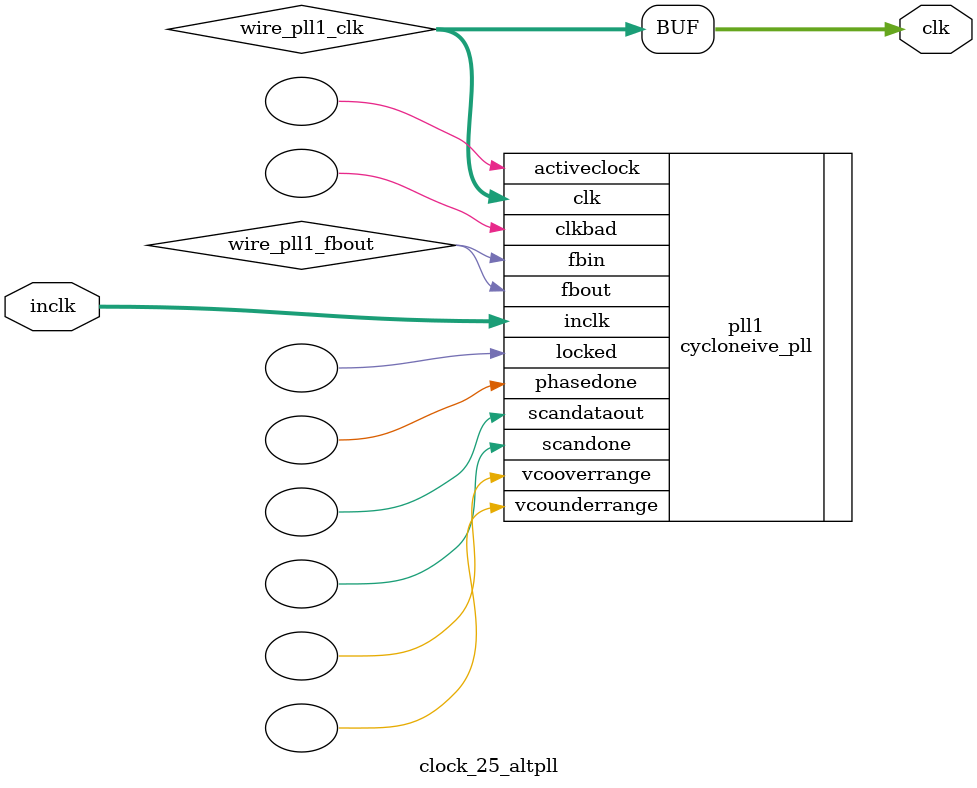
<source format=v>






//synthesis_resources = cycloneive_pll 1 
//synopsys translate_off
`timescale 1 ps / 1 ps
//synopsys translate_on
module  clock_25_altpll
	( 
	clk,
	inclk) /* synthesis synthesis_clearbox=1 */;
	output   [4:0]  clk;
	input   [1:0]  inclk;
`ifndef ALTERA_RESERVED_QIS
// synopsys translate_off
`endif
	tri0   [1:0]  inclk;
`ifndef ALTERA_RESERVED_QIS
// synopsys translate_on
`endif

	wire  [4:0]   wire_pll1_clk;
	wire  wire_pll1_fbout;

	cycloneive_pll   pll1
	( 
	.activeclock(),
	.clk(wire_pll1_clk),
	.clkbad(),
	.fbin(wire_pll1_fbout),
	.fbout(wire_pll1_fbout),
	.inclk(inclk),
	.locked(),
	.phasedone(),
	.scandataout(),
	.scandone(),
	.vcooverrange(),
	.vcounderrange()
	`ifndef FORMAL_VERIFICATION
	// synopsys translate_off
	`endif
	,
	.areset(1'b0),
	.clkswitch(1'b0),
	.configupdate(1'b0),
	.pfdena(1'b1),
	.phasecounterselect({3{1'b0}}),
	.phasestep(1'b0),
	.phaseupdown(1'b0),
	.scanclk(1'b0),
	.scanclkena(1'b1),
	.scandata(1'b0)
	`ifndef FORMAL_VERIFICATION
	// synopsys translate_on
	`endif
	);
	defparam
		pll1.bandwidth_type = "auto",
		pll1.clk0_divide_by = 2,
		pll1.clk0_duty_cycle = 50,
		pll1.clk0_multiply_by = 1,
		pll1.clk0_phase_shift = "0",
		pll1.compensate_clock = "clk0",
		pll1.inclk0_input_frequency = 20000,
		pll1.operation_mode = "normal",
		pll1.pll_type = "auto",
		pll1.lpm_type = "cycloneive_pll";
	assign
		clk = {wire_pll1_clk[4:0]};
endmodule //clock_25_altpll
//VALID FILE

</source>
